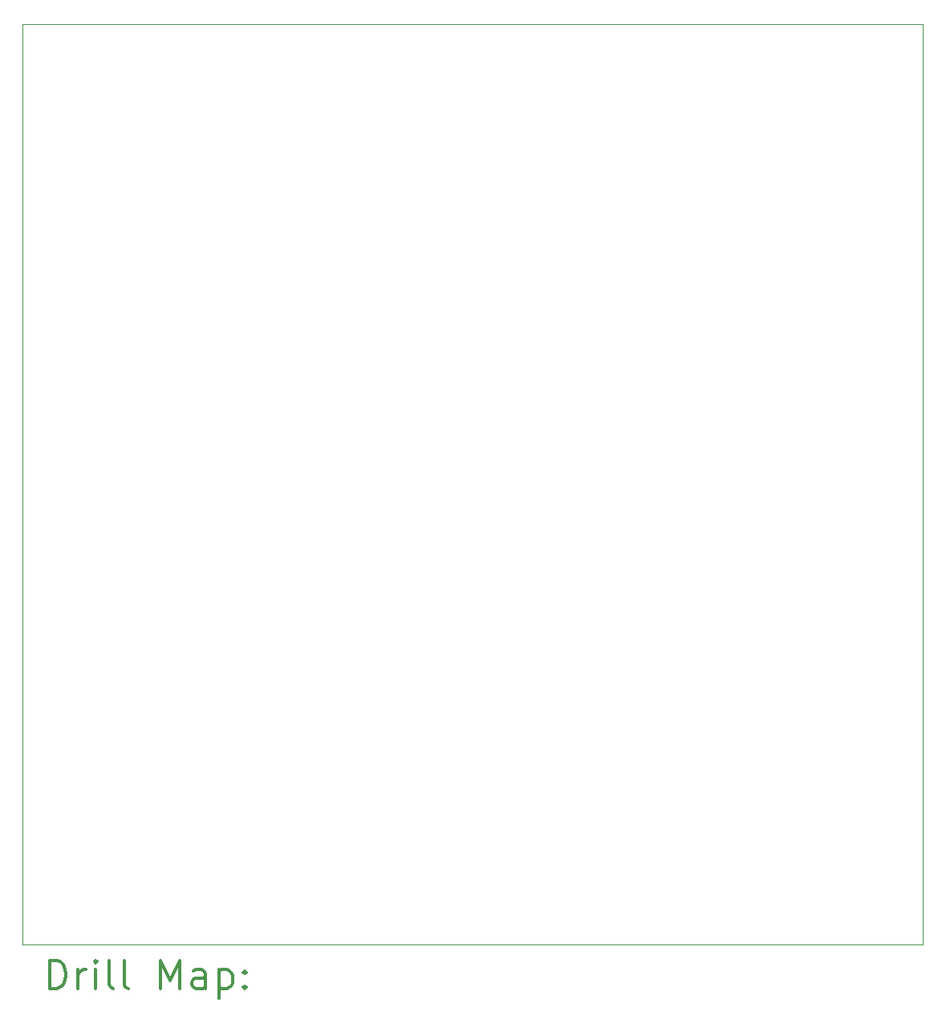
<source format=gbr>
%FSLAX45Y45*%
G04 Gerber Fmt 4.5, Leading zero omitted, Abs format (unit mm)*
G04 Created by KiCad (PCBNEW (5.1.4)-1) date 2020-09-30 13:09:03*
%MOMM*%
%LPD*%
G04 APERTURE LIST*
%ADD10C,0.050000*%
%ADD11C,0.200000*%
%ADD12C,0.300000*%
G04 APERTURE END LIST*
D10*
X16565000Y-3835000D02*
X16565000Y-13535000D01*
X7065000Y-3835000D02*
X16565000Y-3835000D01*
X7065000Y-13535000D02*
X7065000Y-3835000D01*
X16565000Y-13535000D02*
X7065000Y-13535000D01*
D11*
D12*
X7348928Y-14003214D02*
X7348928Y-13703214D01*
X7420357Y-13703214D01*
X7463214Y-13717500D01*
X7491786Y-13746071D01*
X7506071Y-13774643D01*
X7520357Y-13831786D01*
X7520357Y-13874643D01*
X7506071Y-13931786D01*
X7491786Y-13960357D01*
X7463214Y-13988929D01*
X7420357Y-14003214D01*
X7348928Y-14003214D01*
X7648928Y-14003214D02*
X7648928Y-13803214D01*
X7648928Y-13860357D02*
X7663214Y-13831786D01*
X7677500Y-13817500D01*
X7706071Y-13803214D01*
X7734643Y-13803214D01*
X7834643Y-14003214D02*
X7834643Y-13803214D01*
X7834643Y-13703214D02*
X7820357Y-13717500D01*
X7834643Y-13731786D01*
X7848928Y-13717500D01*
X7834643Y-13703214D01*
X7834643Y-13731786D01*
X8020357Y-14003214D02*
X7991786Y-13988929D01*
X7977500Y-13960357D01*
X7977500Y-13703214D01*
X8177500Y-14003214D02*
X8148928Y-13988929D01*
X8134643Y-13960357D01*
X8134643Y-13703214D01*
X8520357Y-14003214D02*
X8520357Y-13703214D01*
X8620357Y-13917500D01*
X8720357Y-13703214D01*
X8720357Y-14003214D01*
X8991786Y-14003214D02*
X8991786Y-13846071D01*
X8977500Y-13817500D01*
X8948928Y-13803214D01*
X8891786Y-13803214D01*
X8863214Y-13817500D01*
X8991786Y-13988929D02*
X8963214Y-14003214D01*
X8891786Y-14003214D01*
X8863214Y-13988929D01*
X8848928Y-13960357D01*
X8848928Y-13931786D01*
X8863214Y-13903214D01*
X8891786Y-13888929D01*
X8963214Y-13888929D01*
X8991786Y-13874643D01*
X9134643Y-13803214D02*
X9134643Y-14103214D01*
X9134643Y-13817500D02*
X9163214Y-13803214D01*
X9220357Y-13803214D01*
X9248928Y-13817500D01*
X9263214Y-13831786D01*
X9277500Y-13860357D01*
X9277500Y-13946071D01*
X9263214Y-13974643D01*
X9248928Y-13988929D01*
X9220357Y-14003214D01*
X9163214Y-14003214D01*
X9134643Y-13988929D01*
X9406071Y-13974643D02*
X9420357Y-13988929D01*
X9406071Y-14003214D01*
X9391786Y-13988929D01*
X9406071Y-13974643D01*
X9406071Y-14003214D01*
X9406071Y-13817500D02*
X9420357Y-13831786D01*
X9406071Y-13846071D01*
X9391786Y-13831786D01*
X9406071Y-13817500D01*
X9406071Y-13846071D01*
M02*

</source>
